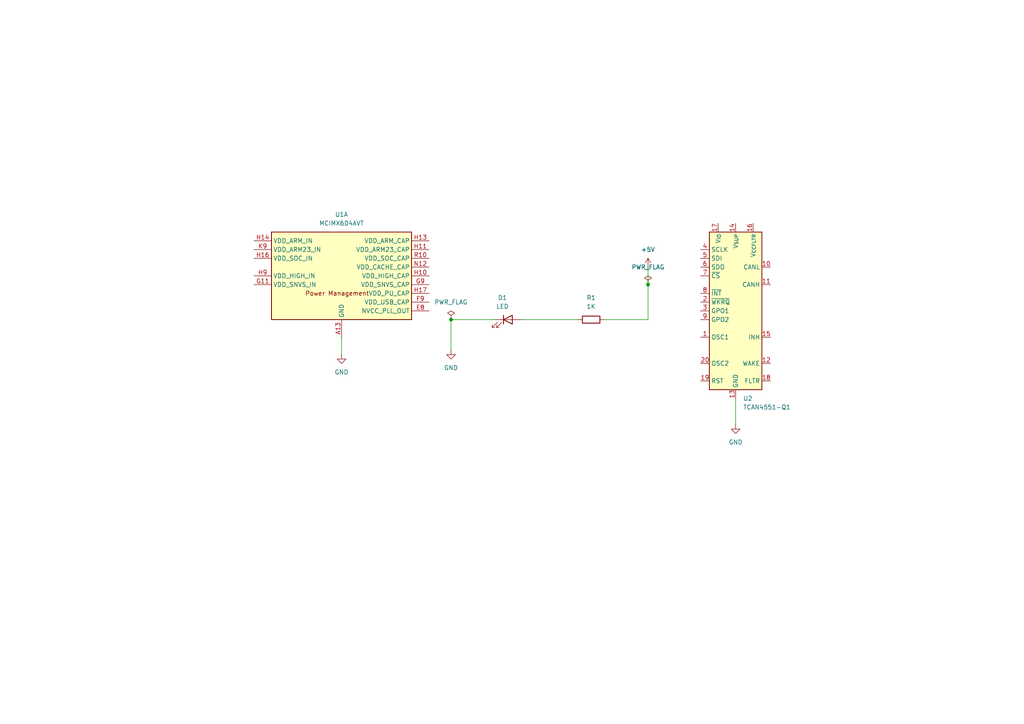
<source format=kicad_sch>
(kicad_sch (version 20250114) (generator "eeschema") (generator_version "9.0")
  (paper "A4")
  (junction (at 130.81 92.71))
  (junction (at 187.96 82.55))
  (wire (pts (xy 187.96 82.55) (xy 187.96 92.71)))
  (wire (pts (xy 151.13 92.71) (xy 167.64 92.71)))
  (wire (pts (xy 99.06 97.79) (xy 99.06 102.87)))
  (wire (pts (xy 187.96 92.71) (xy 175.26 92.71)))
  (wire (pts (xy 130.81 92.71) (xy 130.81 101.6)))
  (wire (pts (xy 187.96 77.47) (xy 187.96 82.55)))
  (wire (pts (xy 143.51 92.71) (xy 130.81 92.71)))
  (wire (pts (xy 213.36 115.57) (xy 213.36 123.19)))
  (symbol (lib_id "power:PWR_FLAG") (at 187.96 82.55 0) (unit 1)
    (property "Reference" "#FLG01" (effects (hide yes)))
    (property "Value" "PWR_FLAG" (at 187.96 77.47 0))
    (property "Description" "Special symbol for telling ERC where power comes from" (effects (hide yes)))
  )
  (symbol (lib_id "power:GND") (at 99.06 102.87 0) (unit 1)
    (property "Reference" "#PWR03" (effects (hide yes)))
    (property "Value" "GND" (at 99.06 107.95 0))
    (property "Description" "Power symbol creates a global label with name \"GND\" , ground" (effects (hide yes)))
  )
  (symbol (lib_id "CPU_NXP_IMX:MCIMX6D4AVT") (at 99.06 80.01 0) (unit 1)
    (property "Reference" "U1" (at 99.06 62.23 0))
    (property "Value" "MCIMX6D4AVT" (at 99.06 64.77 0))
    (property "Footprint" "Package_BGA:BGA-624_21x21mm_Layout25x25_P0.8mm" (effects (hide yes)))
    (property "Datasheet" "https://www.nxp.com/docs/en/data-sheet/IMX6DQAEC.pdf" (effects (hide yes)))
    (property "Description" "i.MX 6Dual Automotive and Infotainment Application Processor, BGA-624" (effects (hide yes)))
  )
  (symbol (lib_id "Device:R") (at 171.45 92.71 90) (unit 1)
    (property "Reference" "R1" (at 171.45 86.36 90))
    (property "Value" "1K" (at 171.45 88.9 90))
    (property "Footprint" "Capacitor_SMD:C_0603_1608Metric" (effects (hide yes)))
    (property "Description" "Resistor" (effects (hide yes)))
  )
  (symbol (lib_id "TCAN_Library:TCAN4551-Q1") (at 213.36 88.9 0) (unit 1)
    (property "Reference" "U2" (at 215.5033 115.57 0) (effects (justify left)))
    (property "Value" "TCAN4551-Q1" (at 215.5033 118.11 0) (effects (justify left)))
    (property "Footprint" "TCAN_Library:TCAN4551-Q1" (effects (hide yes)))
  )
  (symbol (lib_id "power:PWR_FLAG") (at 130.81 92.71 0) (unit 1)
    (property "Reference" "#FLG02" (effects (hide yes)))
    (property "Value" "PWR_FLAG" (at 130.81 87.63 0))
    (property "Description" "Special symbol for telling ERC where power comes from" (effects (hide yes)))
  )
  (symbol (lib_id "power:GND") (at 130.81 101.6 0) (unit 1)
    (property "Reference" "#PWR02" (effects (hide yes)))
    (property "Value" "GND" (at 130.81 106.68 0))
    (property "Description" "Power symbol creates a global label with name \"GND\" , ground" (effects (hide yes)))
  )
  (symbol (lib_id "power:+5V") (at 187.96 77.47 0) (unit 1)
    (property "Reference" "#PWR01" (effects (hide yes)))
    (property "Value" "+5V" (at 187.96 72.39 0))
    (property "Description" "Power symbol creates a global label with name \"+5V\"" (effects (hide yes)))
  )
  (symbol (lib_id "power:GND") (at 213.36 123.19 0) (unit 1)
    (property "Reference" "#PWR04" (effects (hide yes)))
    (property "Value" "GND" (at 213.36 128.27 0))
    (property "Description" "Power symbol creates a global label with name \"GND\" , ground" (effects (hide yes)))
  )
  (symbol (lib_id "Device:LED") (at 147.32 92.71 0) (unit 1)
    (property "Reference" "D1" (at 145.7325 86.36 0))
    (property "Value" "LED" (at 145.7325 88.9 0))
    (property "Footprint" "LED_SMD:LED_miniPLCC_2315" (effects (hide yes)))
    (property "Description" "Light emitting diode" (effects (hide yes)))
    (property "Sim.Pins" "1=K 2=A" (effects (hide yes)))
  )
)
</source>
